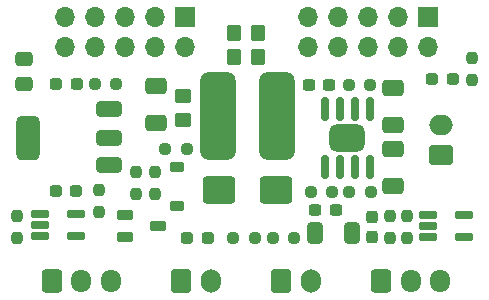
<source format=gbr>
%TF.GenerationSoftware,KiCad,Pcbnew,(7.0.0)*%
%TF.CreationDate,2023-08-10T18:16:06+02:00*%
%TF.ProjectId,SiboorVoronExt,5369626f-6f72-4566-9f72-6f6e4578742e,rev?*%
%TF.SameCoordinates,Original*%
%TF.FileFunction,Soldermask,Top*%
%TF.FilePolarity,Negative*%
%FSLAX46Y46*%
G04 Gerber Fmt 4.6, Leading zero omitted, Abs format (unit mm)*
G04 Created by KiCad (PCBNEW (7.0.0)) date 2023-08-10 18:16:06*
%MOMM*%
%LPD*%
G01*
G04 APERTURE LIST*
G04 Aperture macros list*
%AMRoundRect*
0 Rectangle with rounded corners*
0 $1 Rounding radius*
0 $2 $3 $4 $5 $6 $7 $8 $9 X,Y pos of 4 corners*
0 Add a 4 corners polygon primitive as box body*
4,1,4,$2,$3,$4,$5,$6,$7,$8,$9,$2,$3,0*
0 Add four circle primitives for the rounded corners*
1,1,$1+$1,$2,$3*
1,1,$1+$1,$4,$5*
1,1,$1+$1,$6,$7*
1,1,$1+$1,$8,$9*
0 Add four rect primitives between the rounded corners*
20,1,$1+$1,$2,$3,$4,$5,0*
20,1,$1+$1,$4,$5,$6,$7,0*
20,1,$1+$1,$6,$7,$8,$9,0*
20,1,$1+$1,$8,$9,$2,$3,0*%
G04 Aperture macros list end*
%ADD10RoundRect,0.250000X1.100000X0.900000X-1.100000X0.900000X-1.100000X-0.900000X1.100000X-0.900000X0*%
%ADD11RoundRect,0.237500X-0.237500X0.250000X-0.237500X-0.250000X0.237500X-0.250000X0.237500X0.250000X0*%
%ADD12RoundRect,0.237500X0.250000X0.237500X-0.250000X0.237500X-0.250000X-0.237500X0.250000X-0.237500X0*%
%ADD13RoundRect,0.250000X-0.600000X-0.750000X0.600000X-0.750000X0.600000X0.750000X-0.600000X0.750000X0*%
%ADD14O,1.700000X2.000000*%
%ADD15R,1.700000X1.700000*%
%ADD16O,1.700000X1.700000*%
%ADD17RoundRect,0.250000X0.650000X-0.412500X0.650000X0.412500X-0.650000X0.412500X-0.650000X-0.412500X0*%
%ADD18RoundRect,0.162500X-0.637500X-0.162500X0.637500X-0.162500X0.637500X0.162500X-0.637500X0.162500X0*%
%ADD19RoundRect,0.237500X0.287500X0.237500X-0.287500X0.237500X-0.287500X-0.237500X0.287500X-0.237500X0*%
%ADD20RoundRect,0.237500X-0.250000X-0.237500X0.250000X-0.237500X0.250000X0.237500X-0.250000X0.237500X0*%
%ADD21RoundRect,0.237500X0.300000X0.237500X-0.300000X0.237500X-0.300000X-0.237500X0.300000X-0.237500X0*%
%ADD22RoundRect,0.250000X-0.350000X-0.450000X0.350000X-0.450000X0.350000X0.450000X-0.350000X0.450000X0*%
%ADD23RoundRect,0.237500X-0.237500X0.300000X-0.237500X-0.300000X0.237500X-0.300000X0.237500X0.300000X0*%
%ADD24RoundRect,0.225000X-0.375000X0.225000X-0.375000X-0.225000X0.375000X-0.225000X0.375000X0.225000X0*%
%ADD25RoundRect,0.237500X0.237500X-0.250000X0.237500X0.250000X-0.237500X0.250000X-0.237500X-0.250000X0*%
%ADD26RoundRect,0.250000X-0.600000X-0.725000X0.600000X-0.725000X0.600000X0.725000X-0.600000X0.725000X0*%
%ADD27O,1.700000X1.950000*%
%ADD28RoundRect,0.325000X0.775000X0.325000X-0.775000X0.325000X-0.775000X-0.325000X0.775000X-0.325000X0*%
%ADD29RoundRect,0.500000X0.500000X1.400000X-0.500000X1.400000X-0.500000X-1.400000X0.500000X-1.400000X0*%
%ADD30RoundRect,0.250000X-0.412500X-0.650000X0.412500X-0.650000X0.412500X0.650000X-0.412500X0.650000X0*%
%ADD31RoundRect,0.250000X-0.650000X0.412500X-0.650000X-0.412500X0.650000X-0.412500X0.650000X0.412500X0*%
%ADD32RoundRect,0.250000X0.475000X-0.337500X0.475000X0.337500X-0.475000X0.337500X-0.475000X-0.337500X0*%
%ADD33RoundRect,0.250000X0.350000X0.450000X-0.350000X0.450000X-0.350000X-0.450000X0.350000X-0.450000X0*%
%ADD34RoundRect,0.750000X0.750000X3.000000X-0.750000X3.000000X-0.750000X-3.000000X0.750000X-3.000000X0*%
%ADD35RoundRect,0.250000X0.750000X-0.600000X0.750000X0.600000X-0.750000X0.600000X-0.750000X-0.600000X0*%
%ADD36O,2.000000X1.700000*%
%ADD37RoundRect,0.200000X-0.500000X-0.200000X0.500000X-0.200000X0.500000X0.200000X-0.500000X0.200000X0*%
%ADD38RoundRect,0.150000X0.150000X-0.825000X0.150000X0.825000X-0.150000X0.825000X-0.150000X-0.825000X0*%
%ADD39RoundRect,0.572500X0.927500X-0.572500X0.927500X0.572500X-0.927500X0.572500X-0.927500X-0.572500X0*%
%ADD40RoundRect,0.250000X0.450000X-0.350000X0.450000X0.350000X-0.450000X0.350000X-0.450000X-0.350000X0*%
G04 APERTURE END LIST*
D10*
%TO.C,D2*%
X22850000Y-18000000D03*
X18050000Y-18000000D03*
%TD*%
D11*
%TO.C,R8*%
X12600000Y-16475000D03*
X12600000Y-18300000D03*
%TD*%
D12*
%TO.C,R11*%
X21062500Y-22000000D03*
X19237500Y-22000000D03*
%TD*%
D11*
%TO.C,R12*%
X11000000Y-16475000D03*
X11000000Y-18300000D03*
%TD*%
D13*
%TO.C,FAN1*%
X14850000Y-25675000D03*
D14*
X17349999Y-25674999D03*
%TD*%
D15*
%TO.C,EXP1*%
X15174999Y-3324999D03*
D16*
X15174999Y-5864999D03*
X12634999Y-3324999D03*
X12634999Y-5864999D03*
X10094999Y-3324999D03*
X10094999Y-5864999D03*
X7554999Y-3324999D03*
X7554999Y-5864999D03*
X5014999Y-3324999D03*
X5014999Y-5864999D03*
%TD*%
D17*
%TO.C,C5*%
X32800000Y-12425000D03*
X32800000Y-9300000D03*
%TD*%
D18*
%TO.C,U1*%
X35687000Y-20050000D03*
X35687000Y-21000000D03*
X35687000Y-21950000D03*
X38735000Y-21950000D03*
X38735000Y-20050000D03*
%TD*%
D19*
%TO.C,D4*%
X37850000Y-8600000D03*
X36100000Y-8600000D03*
%TD*%
D17*
%TO.C,C7*%
X12700000Y-12325000D03*
X12700000Y-9200000D03*
%TD*%
D20*
%TO.C,R13*%
X13462000Y-14478000D03*
X15287000Y-14478000D03*
%TD*%
D15*
%TO.C,EXP2*%
X35699999Y-3299999D03*
D16*
X35699999Y-5839999D03*
X33159999Y-3299999D03*
X33159999Y-5839999D03*
X30619999Y-3299999D03*
X30619999Y-5839999D03*
X28079999Y-3299999D03*
X28079999Y-5839999D03*
X25539999Y-3299999D03*
X25539999Y-5839999D03*
%TD*%
D21*
%TO.C,C3*%
X27362500Y-9050000D03*
X25637500Y-9050000D03*
%TD*%
D22*
%TO.C,R6*%
X19300000Y-4700000D03*
X21300000Y-4700000D03*
%TD*%
D19*
%TO.C,D6*%
X5950000Y-18025000D03*
X4200000Y-18025000D03*
%TD*%
D23*
%TO.C,C4*%
X31000000Y-20237500D03*
X31000000Y-21962500D03*
%TD*%
D24*
%TO.C,D1*%
X14500000Y-16004000D03*
X14500000Y-19304000D03*
%TD*%
D25*
%TO.C,R9*%
X33976000Y-22025000D03*
X33976000Y-20200000D03*
%TD*%
%TO.C,R16*%
X7900000Y-19800000D03*
X7900000Y-17975000D03*
%TD*%
D26*
%TO.C,RGB2*%
X3886400Y-25675000D03*
D27*
X6386399Y-25674999D03*
X8886399Y-25674999D03*
%TD*%
D20*
%TO.C,R4*%
X25787500Y-18100000D03*
X27612500Y-18100000D03*
%TD*%
D12*
%TO.C,R15*%
X9350000Y-9000000D03*
X7525000Y-9000000D03*
%TD*%
D21*
%TO.C,C1*%
X27900000Y-19700000D03*
X26175000Y-19700000D03*
%TD*%
D19*
%TO.C,D3*%
X17100000Y-22050000D03*
X15350000Y-22050000D03*
%TD*%
D28*
%TO.C,U4*%
X8700000Y-15850000D03*
X8700000Y-13550000D03*
D29*
X1900000Y-13550000D03*
D28*
X8700000Y-11150000D03*
%TD*%
D30*
%TO.C,C2*%
X26137500Y-21600000D03*
X29262500Y-21600000D03*
%TD*%
D18*
%TO.C,U2*%
X2876000Y-19975000D03*
X2876000Y-20925000D03*
X2876000Y-21875000D03*
X5924000Y-21875000D03*
X5924000Y-19975000D03*
%TD*%
D31*
%TO.C,C6*%
X32800000Y-14537500D03*
X32800000Y-17662500D03*
%TD*%
D32*
%TO.C,C9*%
X1561600Y-8986600D03*
X1561600Y-6911600D03*
%TD*%
D20*
%TO.C,R1*%
X22587500Y-22000000D03*
X24412500Y-22000000D03*
%TD*%
D19*
%TO.C,D5*%
X5975000Y-9000000D03*
X4225000Y-9000000D03*
%TD*%
D11*
%TO.C,R14*%
X39450000Y-6787500D03*
X39450000Y-8612500D03*
%TD*%
D26*
%TO.C,RGB1*%
X31746400Y-25675000D03*
D27*
X34246399Y-25674999D03*
X36746399Y-25674999D03*
%TD*%
D33*
%TO.C,R7*%
X21300000Y-6700000D03*
X19300000Y-6700000D03*
%TD*%
D34*
%TO.C,L2*%
X22950000Y-11700000D03*
X17950000Y-11700000D03*
%TD*%
D35*
%TO.C,24V1*%
X36825000Y-15000000D03*
D36*
X36824999Y-12499999D03*
%TD*%
D25*
%TO.C,R10*%
X950000Y-22025000D03*
X950000Y-20200000D03*
%TD*%
D37*
%TO.C,Q1*%
X10062000Y-20050000D03*
X10062000Y-21950000D03*
X12862000Y-21000000D03*
%TD*%
D12*
%TO.C,R2*%
X30825000Y-9050000D03*
X29000000Y-9050000D03*
%TD*%
D38*
%TO.C,U3*%
X26995000Y-16025000D03*
X28265000Y-16025000D03*
X29535000Y-16025000D03*
X30805000Y-16025000D03*
X30805000Y-11075000D03*
X29535000Y-11075000D03*
X28265000Y-11075000D03*
X26995000Y-11075000D03*
D39*
X28900000Y-13550000D03*
%TD*%
D20*
%TO.C,R3*%
X29075000Y-18100000D03*
X30900000Y-18100000D03*
%TD*%
D13*
%TO.C,TH1*%
X23300000Y-25650000D03*
D14*
X25799999Y-25649999D03*
%TD*%
D11*
%TO.C,R5*%
X32500000Y-20187500D03*
X32500000Y-22012500D03*
%TD*%
D40*
%TO.C,C8*%
X15000000Y-12000000D03*
X15000000Y-10000000D03*
%TD*%
M02*

</source>
